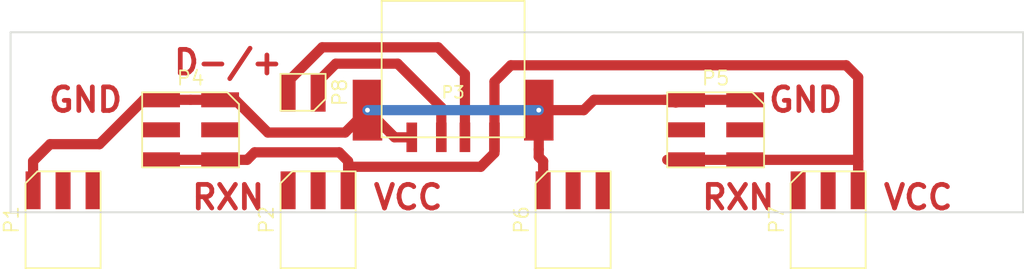
<source format=kicad_pcb>
(kicad_pcb (version 4) (host pcbnew 4.0.1-3.201512221401+6198~38~ubuntu15.10.1-stable)

  (general
    (links 16)
    (no_connects 0)
    (area 25.98 50.909999 114.375001 74.355001)
    (thickness 1.6)
    (drawings 11)
    (tracks 61)
    (zones 0)
    (modules 8)
    (nets 5)
  )

  (page A4)
  (layers
    (0 F.Cu signal)
    (31 B.Cu signal)
    (32 B.Adhes user)
    (33 F.Adhes user)
    (34 B.Paste user)
    (35 F.Paste user)
    (36 B.SilkS user)
    (37 F.SilkS user)
    (38 B.Mask user)
    (39 F.Mask user)
    (40 Dwgs.User user)
    (41 Cmts.User user)
    (42 Eco1.User user)
    (43 Eco2.User user)
    (44 Edge.Cuts user)
    (45 Margin user)
    (46 B.CrtYd user)
    (47 F.CrtYd user)
    (48 B.Fab user)
    (49 F.Fab user)
  )

  (setup
    (last_trace_width 0.8636)
    (trace_clearance 0.33)
    (zone_clearance 0.508)
    (zone_45_only no)
    (trace_min 0.2)
    (segment_width 0.2)
    (edge_width 0.15)
    (via_size 0.6)
    (via_drill 0.4)
    (via_min_size 0.4)
    (via_min_drill 0.3)
    (uvia_size 0.3)
    (uvia_drill 0.1)
    (uvias_allowed no)
    (uvia_min_size 0)
    (uvia_min_drill 0)
    (pcb_text_width 0.3)
    (pcb_text_size 1.5 1.5)
    (mod_edge_width 0.15)
    (mod_text_size 1 1)
    (mod_text_width 0.15)
    (pad_size 1.524 1.524)
    (pad_drill 0.762)
    (pad_to_mask_clearance 0.2)
    (aux_axis_origin 0 0)
    (visible_elements FFFFFF7F)
    (pcbplotparams
      (layerselection 0x00030_80000001)
      (usegerberextensions false)
      (excludeedgelayer true)
      (linewidth 0.100000)
      (plotframeref false)
      (viasonmask false)
      (mode 1)
      (useauxorigin false)
      (hpglpennumber 1)
      (hpglpenspeed 20)
      (hpglpendiameter 15)
      (hpglpenoverlay 2)
      (psnegative false)
      (psa4output false)
      (plotreference true)
      (plotvalue true)
      (plotinvisibletext false)
      (padsonsilk false)
      (subtractmaskfromsilk false)
      (outputformat 4)
      (mirror false)
      (drillshape 0)
      (scaleselection 1)
      (outputdirectory ""))
  )

  (net 0 "")
  (net 1 VCC)
  (net 2 GND)
  (net 3 /D+)
  (net 4 /D-)

  (net_class Default "This is the default net class."
    (clearance 0.33)
    (trace_width 0.8636)
    (via_dia 0.6)
    (via_drill 0.4)
    (uvia_dia 0.3)
    (uvia_drill 0.1)
    (add_net /D+)
    (add_net /D-)
    (add_net GND)
    (add_net VCC)
  )

  (module multicomp-usb:usb-30-right-angle-true-smt (layer F.Cu) (tedit 5692B00D) (tstamp 5692B187)
    (at 64.77 62.865 180)
    (path /56916A70)
    (fp_text reference P3 (at 0 3.81 180) (layer F.SilkS)
      (effects (font (size 1 1) (thickness 0.15)))
    )
    (fp_text value USB_A (at 0 7.62 180) (layer F.Fab)
      (effects (font (size 1 1) (thickness 0.15)))
    )
    (fp_line (start -6.05 0) (end -6.05 11.55) (layer F.SilkS) (width 0.15))
    (fp_line (start 6.05 0) (end 6.05 11.55) (layer F.SilkS) (width 0.15))
    (fp_line (start -6.05 0) (end 6.05 0) (layer F.SilkS) (width 0.15))
    (fp_line (start -6.05 11.55) (end 6.05 11.55) (layer F.SilkS) (width 0.15))
    (pad 3 smd rect (at 1 0 180) (size 0.9 2.5) (layers F.Cu F.Paste F.Mask)
      (net 3 /D+))
    (pad 2 smd rect (at -1 0 180) (size 0.9 2.5) (layers F.Cu F.Paste F.Mask)
      (net 4 /D-))
    (pad 4 smd rect (at 3.5 0 180) (size 0.9 2.5) (layers F.Cu F.Paste F.Mask)
      (net 2 GND))
    (pad 1 smd rect (at -3.5 0 180) (size 0.9 2.5) (layers F.Cu F.Paste F.Mask)
      (net 1 VCC))
    (pad 5 smd rect (at -7.25 2.3 180) (size 2.5 5.15) (layers F.Cu F.Paste F.Mask)
      (net 2 GND))
    (pad 5 smd rect (at 7.25 2.3 180) (size 2.5 5.15) (layers F.Cu F.Paste F.Mask)
      (net 2 GND))
    (model ${KIPRJMOD}/3d/CONN_USB_A_ANGLED_TRUE_SMD.wrl
      (at (xyz 0 0 0))
      (scale (xyz 0.3937 0.3937 0.3937))
      (rotate (xyz 0 0 180))
    )
  )

  (module SMD_PIN_HEADER:CONN-6_4-6 (layer F.Cu) (tedit 5682DD4F) (tstamp 56929E25)
    (at 74.93 69.85)
    (path /5692AA2A)
    (fp_text reference P6 (at -4.375 0 90) (layer F.SilkS)
      (effects (font (size 1.2 1.2) (thickness 0.15)))
    )
    (fp_text value CHAIN2-TX (at 0.45 -5.08) (layer F.Fab)
      (effects (font (size 1.2 1.2) (thickness 0.15)))
    )
    (fp_line (start -2.175 -4.1) (end -3.175 -3.1) (layer F.SilkS) (width 0.15))
    (fp_line (start -3.175 -3.1) (end -3.175 4.1) (layer F.SilkS) (width 0.15))
    (fp_line (start -3.175 4.1) (end 3.175 4.1) (layer F.SilkS) (width 0.15))
    (fp_line (start 3.175 4.1) (end 3.175 -4.1) (layer F.SilkS) (width 0.15))
    (fp_line (start 3.175 -4.1) (end -2.175 -4.1) (layer F.SilkS) (width 0.15))
    (pad 6 smd rect (at -2.54 -2.5) (size 1.27 3.2) (layers F.Cu F.Paste F.Mask)
      (net 2 GND))
    (pad 5 smd rect (at 0 -2.5) (size 1.27 3.2) (layers F.Cu F.Paste F.Mask))
    (pad 4 smd rect (at 2.54 -2.5) (size 1.27 3.2) (layers F.Cu F.Paste F.Mask))
    (model ${KIPRJMOD}/3d/CONN_HEAD_254_1x3.wrl
      (at (xyz 0 0 0))
      (scale (xyz 0.3937 0.3937 0.3937))
      (rotate (xyz 0 0 180))
    )
  )

  (module SMD_PIN_HEADER:CONN-6_4-6 (layer F.Cu) (tedit 5682DD4F) (tstamp 56929DDF)
    (at 31.75 69.85)
    (path /56916BAA)
    (fp_text reference P1 (at -4.375 0 90) (layer F.SilkS)
      (effects (font (size 1.2 1.2) (thickness 0.15)))
    )
    (fp_text value CHAIN1-TX (at 0 -5.08) (layer F.Fab)
      (effects (font (size 1.2 1.2) (thickness 0.15)))
    )
    (fp_line (start -2.175 -4.1) (end -3.175 -3.1) (layer F.SilkS) (width 0.15))
    (fp_line (start -3.175 -3.1) (end -3.175 4.1) (layer F.SilkS) (width 0.15))
    (fp_line (start -3.175 4.1) (end 3.175 4.1) (layer F.SilkS) (width 0.15))
    (fp_line (start 3.175 4.1) (end 3.175 -4.1) (layer F.SilkS) (width 0.15))
    (fp_line (start 3.175 -4.1) (end -2.175 -4.1) (layer F.SilkS) (width 0.15))
    (pad 6 smd rect (at -2.54 -2.5) (size 1.27 3.2) (layers F.Cu F.Paste F.Mask)
      (net 2 GND))
    (pad 5 smd rect (at 0 -2.5) (size 1.27 3.2) (layers F.Cu F.Paste F.Mask))
    (pad 4 smd rect (at 2.54 -2.5) (size 1.27 3.2) (layers F.Cu F.Paste F.Mask))
    (model ${KIPRJMOD}/3d/CONN_HEAD_254_1x3.wrl
      (at (xyz 0 0 0))
      (scale (xyz 0.3937 0.3937 0.3937))
      (rotate (xyz 0 0 180))
    )
  )

  (module SMD_PIN_HEADER:CONN-6_4-6 (layer F.Cu) (tedit 5682DD4F) (tstamp 56929E31)
    (at 96.52 69.85)
    (path /5692AA1E)
    (fp_text reference P7 (at -4.375 0 90) (layer F.SilkS)
      (effects (font (size 1.2 1.2) (thickness 0.15)))
    )
    (fp_text value CHAIN2-RX (at 0 -5.08) (layer F.Fab)
      (effects (font (size 1.2 1.2) (thickness 0.15)))
    )
    (fp_line (start -2.175 -4.1) (end -3.175 -3.1) (layer F.SilkS) (width 0.15))
    (fp_line (start -3.175 -3.1) (end -3.175 4.1) (layer F.SilkS) (width 0.15))
    (fp_line (start -3.175 4.1) (end 3.175 4.1) (layer F.SilkS) (width 0.15))
    (fp_line (start 3.175 4.1) (end 3.175 -4.1) (layer F.SilkS) (width 0.15))
    (fp_line (start 3.175 -4.1) (end -2.175 -4.1) (layer F.SilkS) (width 0.15))
    (pad 6 smd rect (at -2.54 -2.5) (size 1.27 3.2) (layers F.Cu F.Paste F.Mask))
    (pad 5 smd rect (at 0 -2.5) (size 1.27 3.2) (layers F.Cu F.Paste F.Mask))
    (pad 4 smd rect (at 2.54 -2.5) (size 1.27 3.2) (layers F.Cu F.Paste F.Mask)
      (net 1 VCC))
    (model ${KIPRJMOD}/3d/CONN_HEAD_254_1x3.wrl
      (at (xyz 0 0 0))
      (scale (xyz 0.3937 0.3937 0.3937))
      (rotate (xyz 0 0 180))
    )
  )

  (module SMD_PIN_HEADER:CONN-6_4-6 (layer F.Cu) (tedit 5682DD4F) (tstamp 5692A464)
    (at 53.34 69.85)
    (path /56916AD5)
    (fp_text reference P2 (at -4.375 0 90) (layer F.SilkS)
      (effects (font (size 1.2 1.2) (thickness 0.15)))
    )
    (fp_text value CHAIN1-RX (at 0 -5.08) (layer F.Fab)
      (effects (font (size 1.2 1.2) (thickness 0.15)))
    )
    (fp_line (start -2.175 -4.1) (end -3.175 -3.1) (layer F.SilkS) (width 0.15))
    (fp_line (start -3.175 -3.1) (end -3.175 4.1) (layer F.SilkS) (width 0.15))
    (fp_line (start -3.175 4.1) (end 3.175 4.1) (layer F.SilkS) (width 0.15))
    (fp_line (start 3.175 4.1) (end 3.175 -4.1) (layer F.SilkS) (width 0.15))
    (fp_line (start 3.175 -4.1) (end -2.175 -4.1) (layer F.SilkS) (width 0.15))
    (pad 6 smd rect (at -2.54 -2.5) (size 1.27 3.2) (layers F.Cu F.Paste F.Mask))
    (pad 5 smd rect (at 0 -2.5) (size 1.27 3.2) (layers F.Cu F.Paste F.Mask))
    (pad 4 smd rect (at 2.54 -2.5) (size 1.27 3.2) (layers F.Cu F.Paste F.Mask)
      (net 1 VCC))
    (model ${KIPRJMOD}/3d/CONN_HEAD_254_1x3.wrl
      (at (xyz 0 0 0))
      (scale (xyz 0.3937 0.3937 0.3937))
      (rotate (xyz 0 0 180))
    )
  )

  (module SMD_PIN_HEADER:CONN-6 (layer F.Cu) (tedit 0) (tstamp 5692A54A)
    (at 42.545 62.23 270)
    (path /56929B78)
    (fp_text reference P4 (at -4.375 0 360) (layer F.SilkS)
      (effects (font (size 1.2 1.2) (thickness 0.15)))
    )
    (fp_text value PWR-WEST (at 0 -5.04 270) (layer F.Fab)
      (effects (font (size 1.2 1.2) (thickness 0.15)))
    )
    (fp_line (start -2.175 -4.1) (end -3.175 -3.1) (layer F.SilkS) (width 0.15))
    (fp_line (start -3.175 -3.1) (end -3.175 4.1) (layer F.SilkS) (width 0.15))
    (fp_line (start -3.175 4.1) (end 3.175 4.1) (layer F.SilkS) (width 0.15))
    (fp_line (start 3.175 4.1) (end 3.175 -4.1) (layer F.SilkS) (width 0.15))
    (fp_line (start 3.175 -4.1) (end -2.175 -4.1) (layer F.SilkS) (width 0.15))
    (pad 6 smd rect (at -2.54 -2.5 270) (size 1.27 3.2) (layers F.Cu F.Paste F.Mask)
      (net 2 GND))
    (pad 1 smd rect (at -2.54 2.5 270) (size 1.27 3.2) (layers F.Cu F.Paste F.Mask)
      (net 2 GND))
    (pad 5 smd rect (at 0 -2.5 270) (size 1.27 3.2) (layers F.Cu F.Paste F.Mask))
    (pad 2 smd rect (at 0 2.5 270) (size 1.27 3.2) (layers F.Cu F.Paste F.Mask))
    (pad 4 smd rect (at 2.54 -2.5 270) (size 1.27 3.2) (layers F.Cu F.Paste F.Mask)
      (net 1 VCC))
    (pad 3 smd rect (at 2.54 2.5 270) (size 1.27 3.2) (layers F.Cu F.Paste F.Mask)
      (net 1 VCC))
    (model ${KIPRJMOD}/3d/CONN_HEAD_254_2x3.wrl
      (at (xyz 0 0 0))
      (scale (xyz 0.3927 0.3937 0.3937))
      (rotate (xyz 0 0 0))
    )
  )

  (module SMD_PIN_HEADER:CONN-6 (layer F.Cu) (tedit 0) (tstamp 5692A559)
    (at 86.995 62.23 270)
    (path /56929D3D)
    (fp_text reference P5 (at -4.375 0 360) (layer F.SilkS)
      (effects (font (size 1.2 1.2) (thickness 0.15)))
    )
    (fp_text value PWR-EAST (at 0 5.08 270) (layer F.Fab)
      (effects (font (size 1.2 1.2) (thickness 0.15)))
    )
    (fp_line (start -2.175 -4.1) (end -3.175 -3.1) (layer F.SilkS) (width 0.15))
    (fp_line (start -3.175 -3.1) (end -3.175 4.1) (layer F.SilkS) (width 0.15))
    (fp_line (start -3.175 4.1) (end 3.175 4.1) (layer F.SilkS) (width 0.15))
    (fp_line (start 3.175 4.1) (end 3.175 -4.1) (layer F.SilkS) (width 0.15))
    (fp_line (start 3.175 -4.1) (end -2.175 -4.1) (layer F.SilkS) (width 0.15))
    (pad 6 smd rect (at -2.54 -2.5 270) (size 1.27 3.2) (layers F.Cu F.Paste F.Mask)
      (net 2 GND))
    (pad 1 smd rect (at -2.54 2.5 270) (size 1.27 3.2) (layers F.Cu F.Paste F.Mask)
      (net 2 GND))
    (pad 5 smd rect (at 0 -2.5 270) (size 1.27 3.2) (layers F.Cu F.Paste F.Mask))
    (pad 2 smd rect (at 0 2.5 270) (size 1.27 3.2) (layers F.Cu F.Paste F.Mask))
    (pad 4 smd rect (at 2.54 -2.5 270) (size 1.27 3.2) (layers F.Cu F.Paste F.Mask)
      (net 1 VCC))
    (pad 3 smd rect (at 2.54 2.5 270) (size 1.27 3.2) (layers F.Cu F.Paste F.Mask)
      (net 1 VCC))
    (model ${KIPRJMOD}/3d/CONN_HEAD_254_2x3.wrl
      (at (xyz 0 0 0))
      (scale (xyz 0.3937 0.3937 0.3937))
      (rotate (xyz 0 0 0))
    )
  )

  (module SMD_PIN_HEADER:CONN-1x2 (layer F.Cu) (tedit 568BBCC0) (tstamp 5692AD5C)
    (at 52.07 59.055 180)
    (path /5692C4C6)
    (fp_text reference P8 (at -3.105 0 270) (layer F.SilkS)
      (effects (font (size 1.2 1.2) (thickness 0.15)))
    )
    (fp_text value RS232 (at 0 0 180) (layer F.Fab)
      (effects (font (size 1.2 1.2) (thickness 0.15)))
    )
    (fp_line (start -0.905 -1.56) (end -1.905 -0.56) (layer F.SilkS) (width 0.15))
    (fp_line (start -1.905 1.56) (end -1.905 -0.56) (layer F.SilkS) (width 0.15))
    (fp_line (start -1.905 1.56) (end 1.920588 1.56) (layer F.SilkS) (width 0.15))
    (fp_line (start 1.905 1.56) (end 1.905 -1.56) (layer F.SilkS) (width 0.15))
    (fp_line (start 1.919924 -1.56) (end -0.905 -1.56) (layer F.SilkS) (width 0.15))
    (pad 1 smd rect (at -1.27 -0.04 180) (size 1.27 3.2) (layers F.Cu F.Paste F.Mask)
      (net 3 /D+))
    (pad 2 smd rect (at 1.27 -0.04 180) (size 1.27 3.2) (layers F.Cu F.Paste F.Mask)
      (net 4 /D-))
    (model ${KIPRJMOD}/3d/CONN_HEAD_254_1x2.wrl
      (at (xyz 0 -0.1 0))
      (scale (xyz 0.3837 0.3837 0.3837))
      (rotate (xyz 0 0 180))
    )
  )

  (gr_text D-/+ (at 45.72 56.515) (layer F.Cu) (tstamp 5692C10E)
    (effects (font (size 2 2) (thickness 0.4)))
  )
  (gr_text RXN (at 88.9 67.945) (layer F.Cu) (tstamp 5692B2A8)
    (effects (font (size 2 2) (thickness 0.4)))
  )
  (gr_text RXN (at 45.72 67.945) (layer F.Cu) (tstamp 5692B277)
    (effects (font (size 2 2) (thickness 0.4)))
  )
  (gr_text VCC (at 60.96 67.945) (layer F.Cu) (tstamp 5692B211)
    (effects (font (size 2 2) (thickness 0.4)))
  )
  (gr_text GND (at 33.655 59.69) (layer F.Cu) (tstamp 5692B209)
    (effects (font (size 2 2) (thickness 0.4)))
  )
  (gr_text GND (at 94.615 59.69) (layer F.Cu) (tstamp 5692B1F0)
    (effects (font (size 2 2) (thickness 0.4)))
  )
  (gr_text VCC (at 104.14 67.945) (layer F.Cu)
    (effects (font (size 2 2) (thickness 0.4)))
  )
  (gr_line (start 27.305 53.975) (end 113.03 53.975) (layer Edge.Cuts) (width 0.15))
  (gr_line (start 27.305 69.215) (end 113.03 69.215) (layer Edge.Cuts) (width 0.15))
  (gr_line (start 113.03 69.215) (end 113.03 53.975) (layer Edge.Cuts) (width 0.15) (tstamp 5692A63E))
  (gr_line (start 27.305 69.215) (end 27.305 53.975) (layer Edge.Cuts) (width 0.15))

  (segment (start 99.06 67.35) (end 99.06 57.785) (width 0.8636) (layer F.Cu) (net 1))
  (segment (start 99.06 57.785) (end 98.041705 56.766705) (width 0.8636) (layer F.Cu) (net 1))
  (segment (start 89.495 64.77) (end 98.9436 64.77) (width 0.8636) (layer F.Cu) (net 1))
  (segment (start 98.9436 64.77) (end 99.06 64.8864) (width 0.8636) (layer F.Cu) (net 1))
  (segment (start 99.06 64.8864) (end 99.06 67.35) (width 0.8636) (layer F.Cu) (net 1))
  (segment (start 68.27 62.865) (end 68.27 58.155362) (width 0.8636) (layer F.Cu) (net 1))
  (segment (start 68.27 58.155362) (end 69.658657 56.766705) (width 0.8636) (layer F.Cu) (net 1))
  (segment (start 69.658657 56.766705) (end 98.041705 56.766705) (width 0.8636) (layer F.Cu) (net 1))
  (segment (start 68.27 62.865) (end 68.27 64.19366) (width 0.8636) (layer F.Cu) (net 1))
  (segment (start 68.27 64.19366) (end 67.104733 65.358927) (width 0.8636) (layer F.Cu) (net 1))
  (segment (start 67.104733 65.358927) (end 56.123267 65.358927) (width 0.8636) (layer F.Cu) (net 1))
  (segment (start 56.123267 65.358927) (end 55.88 65.602194) (width 0.8636) (layer F.Cu) (net 1))
  (segment (start 55.88 65.602194) (end 55.88 67.35) (width 0.8636) (layer F.Cu) (net 1))
  (segment (start 55.88 67.35) (end 55.88 64.8864) (width 0.8636) (layer F.Cu) (net 1))
  (segment (start 55.88 64.8864) (end 55.1286 64.135) (width 0.8636) (layer F.Cu) (net 1))
  (segment (start 55.1286 64.135) (end 47.967972 64.135) (width 0.8636) (layer F.Cu) (net 1))
  (segment (start 47.332972 64.77) (end 45.045 64.77) (width 0.8636) (layer F.Cu) (net 1))
  (segment (start 47.967972 64.135) (end 47.332972 64.77) (width 0.8636) (layer F.Cu) (net 1))
  (segment (start 82.895 64.77) (end 83.86 64.77) (width 0.8636) (layer F.Cu) (net 1))
  (segment (start 83.86 64.77) (end 88.86 64.77) (width 0.8636) (layer F.Cu) (net 1))
  (segment (start 40.045 64.77) (end 45.045 64.77) (width 0.8636) (layer F.Cu) (net 1))
  (segment (start 72.39 67.35) (end 72.39 64.8864) (width 0.8636) (layer F.Cu) (net 2))
  (segment (start 72.39 64.8864) (end 72.02 64.5164) (width 0.8636) (layer F.Cu) (net 2))
  (segment (start 72.02 64.5164) (end 72.02 63.894506) (width 0.8636) (layer F.Cu) (net 2))
  (segment (start 72.02 60.565) (end 72.02 63.894506) (width 0.8636) (layer F.Cu) (net 2))
  (segment (start 29.21 67.35) (end 29.21 64.8864) (width 0.8636) (layer F.Cu) (net 2))
  (segment (start 29.21 64.8864) (end 30.651368 63.445032) (width 0.8636) (layer F.Cu) (net 2))
  (segment (start 30.651368 63.445032) (end 34.829099 63.445032) (width 0.8636) (layer F.Cu) (net 2))
  (segment (start 34.829099 63.445032) (end 38.584131 59.69) (width 0.8636) (layer F.Cu) (net 2))
  (segment (start 38.584131 59.69) (end 40.045 59.69) (width 0.8636) (layer F.Cu) (net 2))
  (segment (start 45.045 59.69) (end 46.317872 59.69) (width 0.8636) (layer F.Cu) (net 2))
  (segment (start 46.317872 59.69) (end 49.088137 62.460265) (width 0.8636) (layer F.Cu) (net 2))
  (segment (start 49.088137 62.460265) (end 55.624735 62.460265) (width 0.8636) (layer F.Cu) (net 2))
  (segment (start 55.624735 62.460265) (end 57.52 60.565) (width 0.8636) (layer F.Cu) (net 2))
  (segment (start 40.045 59.69) (end 42.545 59.69) (width 0.8636) (layer F.Cu) (net 2))
  (segment (start 42.545 59.69) (end 45.045 59.69) (width 0.8636) (layer F.Cu) (net 2))
  (segment (start 75.83 60.565) (end 76.705 59.69) (width 0.8636) (layer F.Cu) (net 2))
  (segment (start 76.705 59.69) (end 83.86 59.69) (width 0.8636) (layer F.Cu) (net 2))
  (segment (start 75.83 60.565) (end 72.02 60.565) (width 0.8636) (layer F.Cu) (net 2))
  (segment (start 57.52 60.565) (end 59.82 62.865) (width 0.8636) (layer F.Cu) (net 2))
  (segment (start 82.64538 59.69) (end 83.86 59.69) (width 0.8636) (layer F.Cu) (net 2))
  (segment (start 57.52 59.435189) (end 57.52 60.565) (width 0.8636) (layer F.Cu) (net 2))
  (segment (start 72.02 60.565) (end 57.52 60.565) (width 0.8636) (layer B.Cu) (net 2))
  (via (at 72.02 60.565) (size 0.6) (drill 0.4) (layers F.Cu B.Cu) (net 2))
  (via (at 57.52 60.565) (size 0.6) (drill 0.4) (layers F.Cu B.Cu) (net 2))
  (segment (start 61.27 62.865) (end 59.82 62.865) (width 0.8636) (layer F.Cu) (net 2))
  (segment (start 72.26 60.325) (end 72.02 60.565) (width 0.8636) (layer F.Cu) (net 2))
  (segment (start 83.62 59.93) (end 83.86 59.69) (width 0.8636) (layer F.Cu) (net 2))
  (segment (start 83.86 59.69) (end 85.841 59.69) (width 0.8636) (layer F.Cu) (net 2))
  (segment (start 85.841 59.69) (end 88.86 59.69) (width 0.8636) (layer F.Cu) (net 2))
  (segment (start 39.08 59.69) (end 40.045 59.69) (width 0.8636) (layer F.Cu) (net 2))
  (segment (start 63.77 60.327546) (end 60.073854 56.6314) (width 0.8636) (layer F.Cu) (net 3))
  (segment (start 60.073854 56.6314) (end 54.8386 56.6314) (width 0.8636) (layer F.Cu) (net 3))
  (segment (start 54.8386 56.6314) (end 53.34 58.13) (width 0.8636) (layer F.Cu) (net 3))
  (segment (start 53.34 58.13) (end 53.34 59.095) (width 0.8636) (layer F.Cu) (net 3))
  (segment (start 63.77 62.865) (end 63.77 60.327546) (width 0.8636) (layer F.Cu) (net 3))
  (segment (start 65.77 62.865) (end 65.77 57.515) (width 0.8636) (layer F.Cu) (net 4))
  (segment (start 63.5 55.245) (end 53.685 55.245) (width 0.8636) (layer F.Cu) (net 4))
  (segment (start 65.77 57.515) (end 63.5 55.245) (width 0.8636) (layer F.Cu) (net 4))
  (segment (start 53.685 55.245) (end 50.8 58.13) (width 0.8636) (layer F.Cu) (net 4))
  (segment (start 50.8 58.13) (end 50.8 59.095) (width 0.8636) (layer F.Cu) (net 4))

)

</source>
